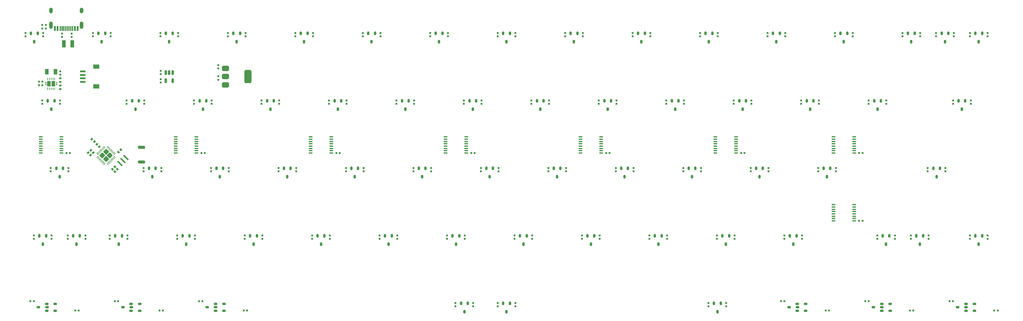
<source format=gbr>
%TF.GenerationSoftware,KiCad,Pcbnew,8.0.6*%
%TF.CreationDate,2024-11-22T06:39:30+07:00*%
%TF.ProjectId,Heart HE 60,48656172-7420-4484-9520-36302e6b6963,rev?*%
%TF.SameCoordinates,Original*%
%TF.FileFunction,Paste,Bot*%
%TF.FilePolarity,Positive*%
%FSLAX46Y46*%
G04 Gerber Fmt 4.6, Leading zero omitted, Abs format (unit mm)*
G04 Created by KiCad (PCBNEW 8.0.6) date 2024-11-22 06:39:30*
%MOMM*%
%LPD*%
G01*
G04 APERTURE LIST*
G04 Aperture macros list*
%AMRoundRect*
0 Rectangle with rounded corners*
0 $1 Rounding radius*
0 $2 $3 $4 $5 $6 $7 $8 $9 X,Y pos of 4 corners*
0 Add a 4 corners polygon primitive as box body*
4,1,4,$2,$3,$4,$5,$6,$7,$8,$9,$2,$3,0*
0 Add four circle primitives for the rounded corners*
1,1,$1+$1,$2,$3*
1,1,$1+$1,$4,$5*
1,1,$1+$1,$6,$7*
1,1,$1+$1,$8,$9*
0 Add four rect primitives between the rounded corners*
20,1,$1+$1,$2,$3,$4,$5,0*
20,1,$1+$1,$4,$5,$6,$7,0*
20,1,$1+$1,$6,$7,$8,$9,0*
20,1,$1+$1,$8,$9,$2,$3,0*%
%AMRotRect*
0 Rectangle, with rotation*
0 The origin of the aperture is its center*
0 $1 length*
0 $2 width*
0 $3 Rotation angle, in degrees counterclockwise*
0 Add horizontal line*
21,1,$1,$2,0,0,$3*%
G04 Aperture macros list end*
%ADD10RoundRect,0.150000X0.350000X0.150000X-0.350000X0.150000X-0.350000X-0.150000X0.350000X-0.150000X0*%
%ADD11R,0.620000X0.560000*%
%ADD12RoundRect,0.150000X-0.150000X0.350000X-0.150000X-0.350000X0.150000X-0.350000X0.150000X0.350000X0*%
%ADD13R,0.560000X0.620000*%
%ADD14RoundRect,0.200000X-0.800000X0.200000X-0.800000X-0.200000X0.800000X-0.200000X0.800000X0.200000X0*%
%ADD15RotRect,0.560000X0.620000X225.000000*%
%ADD16R,1.000000X0.400000*%
%ADD17RoundRect,0.375000X-0.625000X-0.375000X0.625000X-0.375000X0.625000X0.375000X-0.625000X0.375000X0*%
%ADD18RoundRect,0.500000X-0.500000X-1.400000X0.500000X-1.400000X0.500000X1.400000X-0.500000X1.400000X0*%
%ADD19RotRect,0.400000X1.900000X225.000000*%
%ADD20RoundRect,0.250000X0.537401X0.000000X0.000000X0.537401X-0.537401X0.000000X0.000000X-0.537401X0*%
%ADD21RoundRect,0.050000X0.247487X-0.176777X-0.176777X0.247487X-0.247487X0.176777X0.176777X-0.247487X0*%
%ADD22RoundRect,0.050000X0.247487X0.176777X0.176777X0.247487X-0.247487X-0.176777X-0.176777X-0.247487X0*%
%ADD23RotRect,0.560000X0.620000X315.000000*%
%ADD24RoundRect,0.025000X-0.145000X0.100000X-0.145000X-0.100000X0.145000X-0.100000X0.145000X0.100000X0*%
%ADD25RoundRect,0.106000X-0.424000X0.644000X-0.424000X-0.644000X0.424000X-0.644000X0.424000X0.644000X0*%
%ADD26RoundRect,0.060000X-0.060000X0.240000X-0.060000X-0.240000X0.060000X-0.240000X0.060000X0.240000X0*%
%ADD27R,1.800000X1.200000*%
%ADD28R,1.550000X0.600000*%
%ADD29RotRect,0.560000X0.620000X135.000000*%
%ADD30R,1.000000X1.500000*%
%ADD31R,0.600000X1.450000*%
%ADD32R,0.300000X1.450000*%
%ADD33O,1.000000X1.600000*%
%ADD34O,1.000000X2.100000*%
%ADD35RoundRect,0.150000X-0.150000X0.512500X-0.150000X-0.512500X0.150000X-0.512500X0.150000X0.512500X0*%
%ADD36RoundRect,0.135000X-0.185000X0.135000X-0.185000X-0.135000X0.185000X-0.135000X0.185000X0.135000X0*%
%ADD37RoundRect,0.140000X0.170000X-0.140000X0.170000X0.140000X-0.170000X0.140000X-0.170000X-0.140000X0*%
%ADD38R,1.140000X2.030000*%
G04 APERTURE END LIST*
D10*
%TO.C,U74*%
X265473750Y-75250000D03*
X263123750Y-76200000D03*
X265473750Y-77150000D03*
%TD*%
%TO.C,U68*%
X263092500Y-77150000D03*
X260742500Y-76200000D03*
X263092500Y-75250000D03*
%TD*%
%TO.C,U50*%
X241661250Y-75250000D03*
X239311250Y-76200000D03*
X241661250Y-77150000D03*
%TD*%
%TO.C,U39*%
X239280000Y-77150000D03*
X236930000Y-76200000D03*
X239280000Y-75250000D03*
%TD*%
D11*
%TO.C,C50*%
X247531250Y-56880000D03*
X247531250Y-55920000D03*
%TD*%
%TO.C,C156*%
X252531250Y-56880000D03*
X252531250Y-55920000D03*
%TD*%
D12*
%TO.C,U57*%
X250981250Y-55995000D03*
X250031250Y-58345000D03*
X249081250Y-55995000D03*
%TD*%
D11*
%TO.C,C33*%
X35600000Y270000D03*
X35600000Y1230000D03*
%TD*%
%TO.C,C73*%
X159662500Y-56880000D03*
X159662500Y-55920000D03*
%TD*%
D13*
%TO.C,C160*%
X258457500Y-74450000D03*
X259417500Y-74450000D03*
%TD*%
D14*
%TO.C,SW1*%
X30300000Y-31000000D03*
X30300000Y-35200000D03*
%TD*%
D11*
%TO.C,C60*%
X150137500Y-37830000D03*
X150137500Y-36870000D03*
%TD*%
D15*
%TO.C,C13*%
X22701357Y-36533623D03*
X22022535Y-37212445D03*
%TD*%
D12*
%TO.C,U25*%
X41912500Y-55995000D03*
X42862500Y-58345000D03*
X43812500Y-55995000D03*
%TD*%
D11*
%TO.C,C22*%
X21550000Y270000D03*
X21550000Y1230000D03*
%TD*%
D12*
%TO.C,U23*%
X46675000Y-17895000D03*
X47625000Y-20245000D03*
X48575000Y-17895000D03*
%TD*%
D16*
%TO.C,U56*%
X192362500Y-32635938D03*
X192362500Y-31985938D03*
X192362500Y-31335938D03*
X192362500Y-30685938D03*
X192362500Y-30035938D03*
X192362500Y-29385938D03*
X192362500Y-28735938D03*
X192362500Y-28085938D03*
X198162500Y-28085938D03*
X198162500Y-28735938D03*
X198162500Y-29385938D03*
X198162500Y-30035938D03*
X198162500Y-30685938D03*
X198162500Y-31335938D03*
X198162500Y-31985938D03*
X198162500Y-32635938D03*
%TD*%
D11*
%TO.C,C125*%
X126087500Y-37830000D03*
X126087500Y-36870000D03*
%TD*%
%TO.C,C23*%
X31075000Y-18780000D03*
X31075000Y-17820000D03*
%TD*%
D17*
%TO.C,U63*%
X54000000Y-13384344D03*
X54000000Y-11084344D03*
D18*
X60300000Y-11084344D03*
D17*
X54000000Y-8784344D03*
%TD*%
D11*
%TO.C,C18*%
X9643750Y-37830000D03*
X9643750Y-36870000D03*
%TD*%
%TO.C,C123*%
X164187500Y-37830000D03*
X164187500Y-36870000D03*
%TD*%
%TO.C,C17*%
X7262500Y-18780000D03*
X7262500Y-17820000D03*
%TD*%
D12*
%TO.C,U30*%
X70487500Y-36945000D03*
X71437500Y-39295000D03*
X72387500Y-36945000D03*
%TD*%
D11*
%TO.C,C105*%
X178475000Y-18780000D03*
X178475000Y-17820000D03*
%TD*%
%TO.C,C99*%
X121325000Y-18780000D03*
X121325000Y-17820000D03*
%TD*%
%TO.C,R3*%
X10550000Y115344D03*
X10550000Y1075344D03*
%TD*%
%TO.C,C122*%
X49887500Y-37830000D03*
X49887500Y-36870000D03*
%TD*%
%TO.C,C71*%
X183475000Y-18780000D03*
X183475000Y-17820000D03*
%TD*%
D19*
%TO.C,Y1*%
X25897479Y-33903186D03*
X25048951Y-34751714D03*
X24200423Y-35600242D03*
%TD*%
D12*
%TO.C,U66*%
X184787500Y-36945000D03*
X185737500Y-39295000D03*
X186687500Y-36945000D03*
%TD*%
D11*
%TO.C,C44*%
X92750000Y270000D03*
X92750000Y1230000D03*
%TD*%
%TO.C,C19*%
X4881250Y-56880000D03*
X4881250Y-55920000D03*
%TD*%
D13*
%TO.C,C5*%
X124342500Y-32635938D03*
X123382500Y-32635938D03*
%TD*%
D12*
%TO.C,U75*%
X1431250Y-55995000D03*
X2381250Y-58345000D03*
X3331250Y-55995000D03*
%TD*%
D11*
%TO.C,C24*%
X35837500Y-37830000D03*
X35837500Y-36870000D03*
%TD*%
D12*
%TO.C,U72*%
X203837500Y-36945000D03*
X204787500Y-39295000D03*
X205737500Y-36945000D03*
%TD*%
D11*
%TO.C,C117*%
X2262500Y-18780000D03*
X2262500Y-17820000D03*
%TD*%
%TO.C,C30*%
X54887500Y-37830000D03*
X54887500Y-36870000D03*
%TD*%
D12*
%TO.C,U79*%
X215262500Y-55995000D03*
X214312500Y-58345000D03*
X213362500Y-55995000D03*
%TD*%
D11*
%TO.C,C128*%
X68937500Y-37830000D03*
X68937500Y-36870000D03*
%TD*%
%TO.C,C56*%
X254675000Y270000D03*
X254675000Y1230000D03*
%TD*%
D16*
%TO.C,U45*%
X116162500Y-32635938D03*
X116162500Y-31985938D03*
X116162500Y-31335938D03*
X116162500Y-30685938D03*
X116162500Y-30035938D03*
X116162500Y-29385938D03*
X116162500Y-28735938D03*
X116162500Y-28085938D03*
X121962500Y-28085938D03*
X121962500Y-28735938D03*
X121962500Y-29385938D03*
X121962500Y-30035938D03*
X121962500Y-30685938D03*
X121962500Y-31335938D03*
X121962500Y-31985938D03*
X121962500Y-32635938D03*
%TD*%
D11*
%TO.C,C35*%
X69175000Y-18780000D03*
X69175000Y-17820000D03*
%TD*%
%TO.C,C36*%
X73937500Y-37830000D03*
X73937500Y-36870000D03*
%TD*%
D12*
%TO.C,U55*%
X137162500Y-55995000D03*
X138112500Y-58345000D03*
X139062500Y-55995000D03*
%TD*%
D11*
%TO.C,C58*%
X135850000Y270000D03*
X135850000Y1230000D03*
%TD*%
D12*
%TO.C,U82*%
X227650000Y1155000D03*
X228600000Y-1195000D03*
X229550000Y1155000D03*
%TD*%
D13*
%TO.C,C173*%
X272048750Y-77050000D03*
X271088750Y-77050000D03*
%TD*%
D12*
%TO.C,U77*%
X218125000Y-17895000D03*
X219075000Y-20245000D03*
X220025000Y-17895000D03*
%TD*%
D11*
%TO.C,C75*%
X245150000Y270000D03*
X245150000Y1230000D03*
%TD*%
D13*
%TO.C,C171*%
X60117500Y-77050000D03*
X59157500Y-77050000D03*
%TD*%
D11*
%TO.C,C129*%
X87987500Y-37830000D03*
X87987500Y-36870000D03*
%TD*%
D13*
%TO.C,C176*%
X224423750Y-77050000D03*
X223463750Y-77050000D03*
%TD*%
D11*
%TO.C,C127*%
X30837500Y-37830000D03*
X30837500Y-36870000D03*
%TD*%
D12*
%TO.C,U58*%
X151450000Y1155000D03*
X152400000Y-1195000D03*
X153350000Y1155000D03*
%TD*%
%TO.C,U31*%
X60962500Y-55995000D03*
X61912500Y-58345000D03*
X62862500Y-55995000D03*
%TD*%
%TO.C,U89*%
X260987500Y-17895000D03*
X261937500Y-20245000D03*
X262887500Y-17895000D03*
%TD*%
%TO.C,U37*%
X80012500Y-55995000D03*
X80962500Y-58345000D03*
X81912500Y-55995000D03*
%TD*%
%TO.C,U18*%
X32387500Y-36945000D03*
X33337500Y-39295000D03*
X34287500Y-36945000D03*
%TD*%
D11*
%TO.C,C66*%
X169187500Y-37830000D03*
X169187500Y-36870000D03*
%TD*%
%TO.C,C141*%
X59412500Y-56880000D03*
X59412500Y-55920000D03*
%TD*%
D12*
%TO.C,U65*%
X180025000Y-17895000D03*
X180975000Y-20245000D03*
X181925000Y-17895000D03*
%TD*%
D11*
%TO.C,C72*%
X188237500Y-37830000D03*
X188237500Y-36870000D03*
%TD*%
%TO.C,C41*%
X88225000Y-18780000D03*
X88225000Y-17820000D03*
%TD*%
%TO.C,C95*%
X264437500Y-18780000D03*
X264437500Y-17820000D03*
%TD*%
D12*
%TO.C,U10*%
X-950000Y1155000D03*
X0Y-1195000D03*
X950000Y1155000D03*
%TD*%
D11*
%TO.C,C34*%
X59650000Y270000D03*
X59650000Y1230000D03*
%TD*%
D13*
%TO.C,C155*%
X86242500Y-32635938D03*
X85282500Y-32635938D03*
%TD*%
%TO.C,C151*%
X233880000Y-32635938D03*
X232920000Y-32635938D03*
%TD*%
D10*
%TO.C,U26*%
X51161250Y-75250000D03*
X48811250Y-76200000D03*
X51161250Y-77150000D03*
%TD*%
D12*
%TO.C,U12*%
X6193750Y-36945000D03*
X7143750Y-39295000D03*
X8093750Y-36945000D03*
%TD*%
D11*
%TO.C,C28*%
X40600000Y270000D03*
X40600000Y1230000D03*
%TD*%
D12*
%TO.C,U83*%
X237175000Y-17895000D03*
X238125000Y-20245000D03*
X239075000Y-17895000D03*
%TD*%
D11*
%TO.C,C140*%
X135612500Y-56880000D03*
X135612500Y-55920000D03*
%TD*%
D12*
%TO.C,U33*%
X10956250Y-55995000D03*
X11906250Y-58345000D03*
X12856250Y-55995000D03*
%TD*%
D11*
%TO.C,C96*%
X102275000Y-18780000D03*
X102275000Y-17820000D03*
%TD*%
D20*
%TO.C,U27*%
X20240625Y-34362805D03*
X21265930Y-33337500D03*
X19215320Y-33337500D03*
X20240625Y-32312195D03*
D21*
X22644788Y-33761764D03*
X22361945Y-34044607D03*
X22079103Y-34327449D03*
X21796260Y-34610292D03*
X21513417Y-34893135D03*
X21230574Y-35175978D03*
X20947732Y-35458820D03*
X20664889Y-35741663D03*
D22*
X19816361Y-35741663D03*
X19533518Y-35458820D03*
X19250676Y-35175978D03*
X18967833Y-34893135D03*
X18684990Y-34610292D03*
X18402147Y-34327449D03*
X18119305Y-34044607D03*
X17836462Y-33761764D03*
D21*
X17836462Y-32913236D03*
X18119305Y-32630393D03*
X18402147Y-32347551D03*
X18684990Y-32064708D03*
X18967833Y-31781865D03*
X19250676Y-31499022D03*
X19533518Y-31216180D03*
X19816361Y-30933337D03*
D22*
X20664889Y-30933337D03*
X20947732Y-31216180D03*
X21230574Y-31499022D03*
X21513417Y-31781865D03*
X21796260Y-32064708D03*
X22079103Y-32347551D03*
X22361945Y-32630393D03*
X22644788Y-32913236D03*
%TD*%
D11*
%TO.C,C43*%
X64412500Y-56880000D03*
X64412500Y-55920000D03*
%TD*%
D13*
%TO.C,C2*%
X10042500Y-32635938D03*
X9082500Y-32635938D03*
%TD*%
D11*
%TO.C,C93*%
X26075000Y-18780000D03*
X26075000Y-17820000D03*
%TD*%
%TO.C,C130*%
X4643750Y-37830000D03*
X4643750Y-36870000D03*
%TD*%
D13*
%TO.C,C14*%
X1282500Y-13496875D03*
X2242500Y-13496875D03*
%TD*%
D11*
%TO.C,C89*%
X240625000Y-18780000D03*
X240625000Y-17820000D03*
%TD*%
%TO.C,C177*%
X135850000Y-75930000D03*
X135850000Y-74970000D03*
%TD*%
%TO.C,C63*%
X149900000Y270000D03*
X149900000Y1230000D03*
%TD*%
%TO.C,C88*%
X231100000Y270000D03*
X231100000Y1230000D03*
%TD*%
D16*
%TO.C,U51*%
X154262500Y-32635938D03*
X154262500Y-31985938D03*
X154262500Y-31335938D03*
X154262500Y-30685938D03*
X154262500Y-30035938D03*
X154262500Y-29385938D03*
X154262500Y-28735938D03*
X154262500Y-28085938D03*
X160062500Y-28085938D03*
X160062500Y-28735938D03*
X160062500Y-29385938D03*
X160062500Y-30035938D03*
X160062500Y-30685938D03*
X160062500Y-31335938D03*
X160062500Y-31985938D03*
X160062500Y-32635938D03*
%TD*%
D12*
%TO.C,U17*%
X27625000Y-17895000D03*
X28575000Y-20245000D03*
X29525000Y-17895000D03*
%TD*%
D13*
%TO.C,C4*%
X233880000Y-51785938D03*
X232920000Y-51785938D03*
%TD*%
D11*
%TO.C,C37*%
X45362500Y-56880000D03*
X45362500Y-55920000D03*
%TD*%
%TO.C,C137*%
X192762500Y-56880000D03*
X192762500Y-55920000D03*
%TD*%
%TO.C,C168*%
X14406250Y-56880000D03*
X14406250Y-55920000D03*
%TD*%
D12*
%TO.C,U3*%
X256225000Y1155000D03*
X257175000Y-1195000D03*
X258125000Y1155000D03*
%TD*%
D11*
%TO.C,C113*%
X252293750Y-37830000D03*
X252293750Y-36870000D03*
%TD*%
D23*
%TO.C,C10*%
X17638473Y-30169662D03*
X18317295Y-30848484D03*
%TD*%
D16*
%TO.C,U62*%
X225700000Y-32635938D03*
X225700000Y-31985938D03*
X225700000Y-31335938D03*
X225700000Y-30685938D03*
X225700000Y-30035938D03*
X225700000Y-29385938D03*
X225700000Y-28735938D03*
X225700000Y-28085938D03*
X231500000Y-28085938D03*
X231500000Y-28735938D03*
X231500000Y-29385938D03*
X231500000Y-30035938D03*
X231500000Y-30685938D03*
X231500000Y-31335938D03*
X231500000Y-31985938D03*
X231500000Y-32635938D03*
%TD*%
D11*
%TO.C,C52*%
X116800000Y270000D03*
X116800000Y1230000D03*
%TD*%
%TO.C,C51*%
X-2500000Y270000D03*
X-2500000Y1230000D03*
%TD*%
%TO.C,C85*%
X197762500Y-56880000D03*
X197762500Y-55920000D03*
%TD*%
%TO.C,C31*%
X26312500Y-56880000D03*
X26312500Y-55920000D03*
%TD*%
%TO.C,C124*%
X145137500Y-37830000D03*
X145137500Y-36870000D03*
%TD*%
D12*
%TO.C,U34*%
X75250000Y1155000D03*
X76200000Y-1195000D03*
X77150000Y1155000D03*
%TD*%
%TO.C,U35*%
X84775000Y-17895000D03*
X85725000Y-20245000D03*
X86675000Y-17895000D03*
%TD*%
D11*
%TO.C,C53*%
X126325000Y-18780000D03*
X126325000Y-17820000D03*
%TD*%
%TO.C,C80*%
X226100000Y270000D03*
X226100000Y1230000D03*
%TD*%
%TO.C,C107*%
X243006250Y-56880000D03*
X243006250Y-55920000D03*
%TD*%
%TO.C,C139*%
X154662500Y-56880000D03*
X154662500Y-55920000D03*
%TD*%
D13*
%TO.C,C6*%
X48142500Y-32635938D03*
X47182500Y-32635938D03*
%TD*%
D11*
%TO.C,C7*%
X7362500Y-9616875D03*
X7362500Y-10576875D03*
%TD*%
%TO.C,C143*%
X97512500Y-56880000D03*
X97512500Y-55920000D03*
%TD*%
%TO.C,C111*%
X197525000Y-18780000D03*
X197525000Y-17820000D03*
%TD*%
D10*
%TO.C,U6*%
X53542500Y-75250000D03*
X51192500Y-76200000D03*
X53542500Y-77150000D03*
%TD*%
D11*
%TO.C,C76*%
X193000000Y270000D03*
X193000000Y1230000D03*
%TD*%
D24*
%TO.C,U85*%
X6292500Y-12846875D03*
X3232500Y-12846875D03*
D25*
X5392500Y-13096875D03*
X4132500Y-13096875D03*
D24*
X6292500Y-13346875D03*
X3232500Y-13346875D03*
D26*
X3762500Y-11696875D03*
X4262500Y-11696875D03*
X4762500Y-11696875D03*
X5262500Y-11696875D03*
X5762500Y-11696875D03*
X5762500Y-14496875D03*
X5262500Y-14496875D03*
X4762500Y-14496875D03*
X4262500Y-14496875D03*
X3762500Y-14496875D03*
%TD*%
D13*
%TO.C,C169*%
X12492500Y-77050000D03*
X11532500Y-77050000D03*
%TD*%
D11*
%TO.C,C45*%
X111800000Y270000D03*
X111800000Y1230000D03*
%TD*%
%TO.C,C67*%
X140612500Y-56880000D03*
X140612500Y-55920000D03*
%TD*%
%TO.C,C133*%
X40362500Y-56880000D03*
X40362500Y-55920000D03*
%TD*%
%TO.C,C29*%
X50125000Y-18780000D03*
X50125000Y-17820000D03*
%TD*%
D12*
%TO.C,U36*%
X89537500Y-36945000D03*
X90487500Y-39295000D03*
X91437500Y-36945000D03*
%TD*%
%TO.C,U70*%
X189550000Y1155000D03*
X190500000Y-1195000D03*
X191450000Y1155000D03*
%TD*%
D10*
%TO.C,U8*%
X215467500Y-75250000D03*
X213117500Y-76200000D03*
X215467500Y-77150000D03*
%TD*%
D12*
%TO.C,U43*%
X99062500Y-55995000D03*
X100012500Y-58345000D03*
X100962500Y-55995000D03*
%TD*%
%TO.C,U15*%
X191931250Y-75045000D03*
X192881250Y-77395000D03*
X193831250Y-75045000D03*
%TD*%
D11*
%TO.C,R2*%
X7799999Y115344D03*
X7799999Y1075344D03*
%TD*%
%TO.C,C79*%
X178712500Y-56880000D03*
X178712500Y-55920000D03*
%TD*%
D12*
%TO.C,U52*%
X132400000Y1155000D03*
X133350000Y-1195000D03*
X134300000Y1155000D03*
%TD*%
%TO.C,U97*%
X265750000Y-55995000D03*
X266700000Y-58345000D03*
X267650000Y-55995000D03*
%TD*%
%TO.C,U22*%
X37150000Y1155000D03*
X38100000Y-1195000D03*
X39050000Y1155000D03*
%TD*%
D11*
%TO.C,C97*%
X216812500Y-56880000D03*
X216812500Y-55920000D03*
%TD*%
D10*
%TO.C,U5*%
X29730000Y-75250000D03*
X27380000Y-76200000D03*
X29730000Y-77150000D03*
%TD*%
D12*
%TO.C,U67*%
X175262500Y-55995000D03*
X176212500Y-58345000D03*
X177162500Y-55995000D03*
%TD*%
D11*
%TO.C,C126*%
X107037500Y-37830000D03*
X107037500Y-36870000D03*
%TD*%
D12*
%TO.C,U54*%
X146687500Y-36945000D03*
X147637500Y-39295000D03*
X148587500Y-36945000D03*
%TD*%
%TO.C,U53*%
X141925000Y-17895000D03*
X142875000Y-20245000D03*
X143825000Y-17895000D03*
%TD*%
D11*
%TO.C,C64*%
X154900000Y270000D03*
X154900000Y1230000D03*
%TD*%
D12*
%TO.C,U29*%
X65725000Y-17895000D03*
X66675000Y-20245000D03*
X67625000Y-17895000D03*
%TD*%
D11*
%TO.C,C49*%
X83462500Y-56880000D03*
X83462500Y-55920000D03*
%TD*%
%TO.C,C82*%
X212050000Y270000D03*
X212050000Y1230000D03*
%TD*%
%TO.C,C138*%
X173712500Y-56880000D03*
X173712500Y-55920000D03*
%TD*%
D27*
%TO.C,J2*%
X17513610Y-8284344D03*
X17513610Y-13884344D03*
D28*
X13638610Y-9584344D03*
X13638611Y-10584344D03*
X13638611Y-11584344D03*
X13638610Y-12584344D03*
%TD*%
D10*
%TO.C,U14*%
X3536250Y-75250000D03*
X1186250Y-76200000D03*
X3536250Y-77150000D03*
%TD*%
D11*
%TO.C,C55*%
X102512500Y-56880000D03*
X102512500Y-55920000D03*
%TD*%
%TO.C,C38*%
X54650000Y270000D03*
X54650000Y1230000D03*
%TD*%
D12*
%TO.C,U40*%
X94300000Y1155000D03*
X95250000Y-1195000D03*
X96200000Y1155000D03*
%TD*%
D13*
%TO.C,C158*%
X210832500Y-74450000D03*
X211792500Y-74450000D03*
%TD*%
D29*
%TO.C,R35*%
X16620238Y-32545540D03*
X15941416Y-31866718D03*
%TD*%
D11*
%TO.C,C46*%
X97750000Y270000D03*
X97750000Y1230000D03*
%TD*%
%TO.C,C69*%
X188000000Y270000D03*
X188000000Y1230000D03*
%TD*%
D13*
%TO.C,C149*%
X46526250Y-74450000D03*
X47486250Y-74450000D03*
%TD*%
%TO.C,C1*%
X3230000Y2499999D03*
X2270000Y2499999D03*
%TD*%
D11*
%TO.C,C74*%
X207050000Y270000D03*
X207050000Y1230000D03*
%TD*%
D16*
%TO.C,U2*%
X1862500Y-32635938D03*
X1862500Y-31985938D03*
X1862500Y-31335938D03*
X1862500Y-30685938D03*
X1862500Y-30035938D03*
X1862500Y-29385938D03*
X1862500Y-28735938D03*
X1862500Y-28085938D03*
X7662500Y-28085938D03*
X7662500Y-28735938D03*
X7662500Y-29385938D03*
X7662500Y-30035938D03*
X7662500Y-30685938D03*
X7662500Y-31335938D03*
X7662500Y-31985938D03*
X7662500Y-32635938D03*
%TD*%
D11*
%TO.C,C163*%
X130850000Y-75930000D03*
X130850000Y-74970000D03*
%TD*%
%TO.C,C32*%
X35700000Y-11804344D03*
X35700000Y-12764344D03*
%TD*%
D12*
%TO.C,U47*%
X122875000Y-17895000D03*
X123825000Y-20245000D03*
X124775000Y-17895000D03*
%TD*%
D11*
%TO.C,C112*%
X216575000Y-18780000D03*
X216575000Y-17820000D03*
%TD*%
%TO.C,C68*%
X168950000Y270000D03*
X168950000Y1230000D03*
%TD*%
%TO.C,C27*%
X16550000Y270000D03*
X16550000Y1230000D03*
%TD*%
D13*
%TO.C,R1*%
X3230000Y3499999D03*
X2270000Y3499999D03*
%TD*%
D12*
%TO.C,U71*%
X199075000Y-17895000D03*
X200025000Y-20245000D03*
X200975000Y-17895000D03*
%TD*%
D11*
%TO.C,C94*%
X250150000Y270000D03*
X250150000Y1230000D03*
%TD*%
%TO.C,C15*%
X259675000Y270000D03*
X259675000Y1230000D03*
%TD*%
D30*
%TO.C,L1*%
X6012500Y-9696875D03*
X3512500Y-9696875D03*
%TD*%
D11*
%TO.C,C142*%
X78462500Y-56880000D03*
X78462500Y-55920000D03*
%TD*%
D13*
%TO.C,C20*%
X1282500Y-12496875D03*
X2242500Y-12496875D03*
%TD*%
D12*
%TO.C,U80*%
X22862500Y-55995000D03*
X23812500Y-58345000D03*
X24762500Y-55995000D03*
%TD*%
D31*
%TO.C,USB1*%
X5825000Y2486000D03*
X6600000Y2486000D03*
D32*
X7300000Y2486000D03*
X7800000Y2486000D03*
X8300000Y2486000D03*
X8800000Y2486000D03*
X9300000Y2486000D03*
X9800000Y2486000D03*
X10300000Y2486000D03*
X10800000Y2486000D03*
D31*
X11500000Y2486000D03*
X12275000Y2486000D03*
D33*
X4730000Y7581000D03*
D34*
X4730000Y3401000D03*
D33*
X13370000Y7581000D03*
D34*
X13370000Y3401000D03*
%TD*%
D11*
%TO.C,C90*%
X257293750Y-37830000D03*
X257293750Y-36870000D03*
%TD*%
%TO.C,C114*%
X235625000Y-18780000D03*
X235625000Y-17820000D03*
%TD*%
D35*
%TO.C,U19*%
X37150000Y-9946844D03*
X38100000Y-9946844D03*
X39050000Y-9946844D03*
X39050000Y-12221844D03*
X37150000Y-12221844D03*
%TD*%
D12*
%TO.C,U28*%
X56200000Y1155000D03*
X57150000Y-1195000D03*
X58100000Y1155000D03*
%TD*%
D13*
%TO.C,C172*%
X248236250Y-77050000D03*
X247276250Y-77050000D03*
%TD*%
D11*
%TO.C,C92*%
X83225000Y-18780000D03*
X83225000Y-17820000D03*
%TD*%
%TO.C,C101*%
X140375000Y-18780000D03*
X140375000Y-17820000D03*
%TD*%
D12*
%TO.C,U94*%
X265750000Y1155000D03*
X266700000Y-1195000D03*
X267650000Y1155000D03*
%TD*%
%TO.C,U42*%
X108587500Y-36945000D03*
X109537500Y-39295000D03*
X110487500Y-36945000D03*
%TD*%
D11*
%TO.C,C59*%
X145375000Y-18780000D03*
X145375000Y-17820000D03*
%TD*%
D16*
%TO.C,U38*%
X78062500Y-32635938D03*
X78062500Y-31985938D03*
X78062500Y-31335938D03*
X78062500Y-30685938D03*
X78062500Y-30035938D03*
X78062500Y-29385938D03*
X78062500Y-28735938D03*
X78062500Y-28085938D03*
X83862500Y-28085938D03*
X83862500Y-28735938D03*
X83862500Y-29385938D03*
X83862500Y-30035938D03*
X83862500Y-30685938D03*
X83862500Y-31335938D03*
X83862500Y-31985938D03*
X83862500Y-32635938D03*
%TD*%
D10*
%TO.C,U4*%
X5917500Y-75250000D03*
X3567500Y-76200000D03*
X5917500Y-77150000D03*
%TD*%
D12*
%TO.C,U91*%
X239556250Y-55995000D03*
X240506250Y-58345000D03*
X241456250Y-55995000D03*
%TD*%
%TO.C,U11*%
X3812500Y-17895000D03*
X4762500Y-20245000D03*
X5712500Y-17895000D03*
%TD*%
D11*
%TO.C,C40*%
X78700000Y270000D03*
X78700000Y1230000D03*
%TD*%
%TO.C,C132*%
X-118750Y-56880000D03*
X-118750Y-55920000D03*
%TD*%
%TO.C,C108*%
X269200000Y-56880000D03*
X269200000Y-55920000D03*
%TD*%
%TO.C,C78*%
X207287500Y-37830000D03*
X207287500Y-36870000D03*
%TD*%
%TO.C,C100*%
X269200000Y270000D03*
X269200000Y1230000D03*
%TD*%
%TO.C,C144*%
X116562500Y-56880000D03*
X116562500Y-55920000D03*
%TD*%
D16*
%TO.C,U32*%
X39962500Y-32635938D03*
X39962500Y-31985938D03*
X39962500Y-31335938D03*
X39962500Y-30685938D03*
X39962500Y-30035938D03*
X39962500Y-29385938D03*
X39962500Y-28735938D03*
X39962500Y-28085938D03*
X45762500Y-28085938D03*
X45762500Y-28735938D03*
X45762500Y-29385938D03*
X45762500Y-30035938D03*
X45762500Y-30685938D03*
X45762500Y-31335938D03*
X45762500Y-31985938D03*
X45762500Y-32635938D03*
%TD*%
D12*
%TO.C,U73*%
X194312500Y-55995000D03*
X195262500Y-58345000D03*
X196212500Y-55995000D03*
%TD*%
%TO.C,U84*%
X253843750Y-36945000D03*
X254793750Y-39295000D03*
X255743750Y-36945000D03*
%TD*%
%TO.C,U41*%
X103825000Y-17895000D03*
X104775000Y-20245000D03*
X105725000Y-17895000D03*
%TD*%
%TO.C,U48*%
X127637500Y-36945000D03*
X128587500Y-39295000D03*
X129537500Y-36945000D03*
%TD*%
D11*
%TO.C,C57*%
X130850000Y270000D03*
X130850000Y1230000D03*
%TD*%
%TO.C,C65*%
X164425000Y-18780000D03*
X164425000Y-17820000D03*
%TD*%
D12*
%TO.C,U60*%
X165737500Y-36945000D03*
X166687500Y-39295000D03*
X167637500Y-36945000D03*
%TD*%
D13*
%TO.C,C147*%
X-1098750Y-74450000D03*
X-138750Y-74450000D03*
%TD*%
%TO.C,C170*%
X36305000Y-77050000D03*
X35345000Y-77050000D03*
%TD*%
D11*
%TO.C,C25*%
X51950000Y-11964344D03*
X51950000Y-11004344D03*
%TD*%
D12*
%TO.C,U64*%
X170500000Y1155000D03*
X171450000Y-1195000D03*
X172400000Y1155000D03*
%TD*%
D13*
%TO.C,C154*%
X162442500Y-32635938D03*
X161482500Y-32635938D03*
%TD*%
D12*
%TO.C,U7*%
X132400000Y-75045000D03*
X133350000Y-77395000D03*
X134300000Y-75045000D03*
%TD*%
%TO.C,U59*%
X160975000Y-17895000D03*
X161925000Y-20245000D03*
X162875000Y-17895000D03*
%TD*%
D11*
%TO.C,C70*%
X173950000Y270000D03*
X173950000Y1230000D03*
%TD*%
%TO.C,C119*%
X221337500Y-37830000D03*
X221337500Y-36870000D03*
%TD*%
D16*
%TO.C,U69*%
X225700000Y-51785938D03*
X225700000Y-51135938D03*
X225700000Y-50485938D03*
X225700000Y-49835938D03*
X225700000Y-49185938D03*
X225700000Y-48535938D03*
X225700000Y-47885938D03*
X225700000Y-47235938D03*
X231500000Y-47235938D03*
X231500000Y-47885938D03*
X231500000Y-48535938D03*
X231500000Y-49185938D03*
X231500000Y-49835938D03*
X231500000Y-50485938D03*
X231500000Y-51135938D03*
X231500000Y-51785938D03*
%TD*%
D12*
%TO.C,U78*%
X222887500Y-36945000D03*
X223837500Y-39295000D03*
X224787500Y-36945000D03*
%TD*%
D11*
%TO.C,C131*%
X9406250Y-56880000D03*
X9406250Y-55920000D03*
%TD*%
D15*
%TO.C,C11*%
X23393435Y-37225702D03*
X22714613Y-37904524D03*
%TD*%
D12*
%TO.C,U16*%
X18100000Y1155000D03*
X19050000Y-1195000D03*
X20000000Y1155000D03*
%TD*%
D11*
%TO.C,C77*%
X202525000Y-18780000D03*
X202525000Y-17820000D03*
%TD*%
%TO.C,C157*%
X190381250Y-75930000D03*
X190381250Y-74970000D03*
%TD*%
%TO.C,C16*%
X2500000Y270000D03*
X2500000Y1230000D03*
%TD*%
%TO.C,C83*%
X221575000Y-18780000D03*
X221575000Y-17820000D03*
%TD*%
D36*
%TO.C,R113*%
X7362500Y-11586875D03*
X7362500Y-12606875D03*
%TD*%
D11*
%TO.C,C87*%
X45125000Y-18780000D03*
X45125000Y-17820000D03*
%TD*%
%TO.C,C39*%
X73700000Y270000D03*
X73700000Y1230000D03*
%TD*%
%TO.C,C146*%
X21312500Y-56880000D03*
X21312500Y-55920000D03*
%TD*%
%TO.C,C26*%
X35700000Y-10364344D03*
X35700000Y-9404344D03*
%TD*%
%TO.C,C54*%
X131087500Y-37830000D03*
X131087500Y-36870000D03*
%TD*%
%TO.C,C136*%
X211812500Y-56880000D03*
X211812500Y-55920000D03*
%TD*%
%TO.C,C102*%
X159425000Y-18780000D03*
X159425000Y-17820000D03*
%TD*%
%TO.C,C47*%
X107275000Y-18780000D03*
X107275000Y-17820000D03*
%TD*%
%TO.C,C153*%
X118943750Y-75930000D03*
X118943750Y-74970000D03*
%TD*%
D37*
%TO.C,C165*%
X7362500Y-14576875D03*
X7362500Y-13616875D03*
%TD*%
D12*
%TO.C,U88*%
X246700000Y1155000D03*
X247650000Y-1195000D03*
X248600000Y1155000D03*
%TD*%
%TO.C,U49*%
X118112500Y-55995000D03*
X119062500Y-58345000D03*
X120012500Y-55995000D03*
%TD*%
D10*
%TO.C,U20*%
X27348750Y-75250000D03*
X24998750Y-76200000D03*
X27348750Y-77150000D03*
%TD*%
D11*
%TO.C,C134*%
X238006250Y-56880000D03*
X238006250Y-55920000D03*
%TD*%
D13*
%TO.C,C152*%
X200542500Y-32635938D03*
X199582500Y-32635938D03*
%TD*%
D12*
%TO.C,U61*%
X156212500Y-55995000D03*
X157162500Y-58345000D03*
X158112500Y-55995000D03*
%TD*%
%TO.C,U44*%
X120493750Y-75045000D03*
X121443750Y-77395000D03*
X122393750Y-75045000D03*
%TD*%
D11*
%TO.C,C81*%
X264200000Y270000D03*
X264200000Y1230000D03*
%TD*%
D12*
%TO.C,U46*%
X113350000Y1155000D03*
X114300000Y-1195000D03*
X115250000Y1155000D03*
%TD*%
D15*
%TO.C,C9*%
X24398413Y-31725297D03*
X23719591Y-32404119D03*
%TD*%
D12*
%TO.C,U76*%
X208600000Y1155000D03*
X209550000Y-1195000D03*
X210500000Y1155000D03*
%TD*%
D13*
%TO.C,C148*%
X22713750Y-74450000D03*
X23673750Y-74450000D03*
%TD*%
D11*
%TO.C,C91*%
X64175000Y-18780000D03*
X64175000Y-17820000D03*
%TD*%
D13*
%TO.C,C159*%
X234645000Y-74450000D03*
X235605000Y-74450000D03*
%TD*%
D10*
%TO.C,U21*%
X217848750Y-75250000D03*
X215498750Y-76200000D03*
X217848750Y-77150000D03*
%TD*%
D11*
%TO.C,C178*%
X123943750Y-75930000D03*
X123943750Y-74970000D03*
%TD*%
%TO.C,C175*%
X195381250Y-75930000D03*
X195381250Y-74970000D03*
%TD*%
%TO.C,C121*%
X183237500Y-37830000D03*
X183237500Y-36870000D03*
%TD*%
%TO.C,C61*%
X121562500Y-56880000D03*
X121562500Y-55920000D03*
%TD*%
D38*
%TO.C,F1*%
X8350000Y-1819000D03*
X10750000Y-1819000D03*
%TD*%
D11*
%TO.C,C84*%
X226337500Y-37830000D03*
X226337500Y-36870000D03*
%TD*%
D29*
%TO.C,R30*%
X15913132Y-33252647D03*
X15234310Y-32573825D03*
%TD*%
D23*
%TO.C,C8*%
X16260589Y-28760589D03*
X16939411Y-29439411D03*
%TD*%
D12*
%TO.C,U24*%
X51437500Y-36945000D03*
X52387500Y-39295000D03*
X53337500Y-36945000D03*
%TD*%
D11*
%TO.C,C135*%
X264200000Y-56880000D03*
X264200000Y-55920000D03*
%TD*%
%TO.C,C42*%
X92987500Y-37830000D03*
X92987500Y-36870000D03*
%TD*%
%TO.C,C48*%
X112037500Y-37830000D03*
X112037500Y-36870000D03*
%TD*%
%TO.C,C21*%
X51950000Y-7804344D03*
X51950000Y-8764344D03*
%TD*%
%TO.C,C120*%
X202287500Y-37830000D03*
X202287500Y-36870000D03*
%TD*%
%TO.C,C115*%
X259437500Y-18780000D03*
X259437500Y-17820000D03*
%TD*%
M02*

</source>
